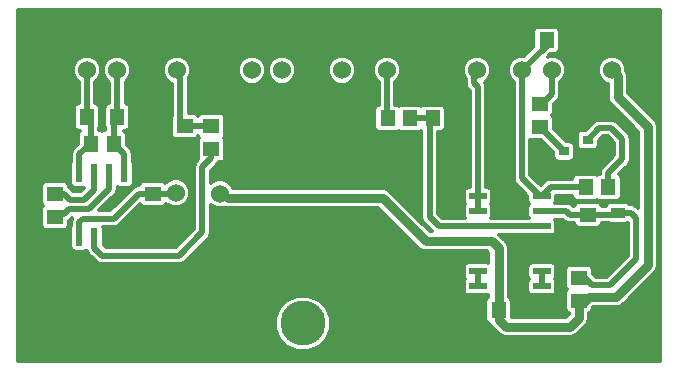
<source format=gbr>
G04 #@! TF.GenerationSoftware,KiCad,Pcbnew,(5.0.0-rc2-dev-586-g888c43477)*
G04 #@! TF.CreationDate,2018-06-04T00:56:57-03:00*
G04 #@! TF.ProjectId,Signal,5369676E616C2E6B696361645F706362,rev?*
G04 #@! TF.SameCoordinates,Original*
G04 #@! TF.FileFunction,Copper,L2,Bot,Signal*
G04 #@! TF.FilePolarity,Positive*
%FSLAX46Y46*%
G04 Gerber Fmt 4.6, Leading zero omitted, Abs format (unit mm)*
G04 Created by KiCad (PCBNEW (5.0.0-rc2-dev-586-g888c43477)) date 06/04/18 00:56:57*
%MOMM*%
%LPD*%
G01*
G04 APERTURE LIST*
%ADD10R,1.400000X1.295000*%
%ADD11C,3.800000*%
%ADD12R,1.295000X1.400000*%
%ADD13R,0.600000X1.550000*%
%ADD14R,0.900000X0.800000*%
%ADD15C,1.524000*%
%ADD16R,1.200000X0.900000*%
%ADD17R,1.500000X0.600000*%
%ADD18C,0.508000*%
%ADD19C,0.800000*%
%ADD20C,0.304800*%
G04 APERTURE END LIST*
D10*
X38000000Y-23782500D03*
X38000000Y-25717500D03*
D11*
X48006000Y-40482000D03*
D12*
X31967500Y-25250000D03*
X30032500Y-25250000D03*
X29717500Y-23000000D03*
X27782500Y-23000000D03*
X32282500Y-23000000D03*
X34217500Y-23000000D03*
D10*
X35306000Y-31447500D03*
X35306000Y-29512500D03*
D13*
X29083000Y-27780000D03*
X30353000Y-27780000D03*
X31623000Y-27780000D03*
X32893000Y-27780000D03*
X32893000Y-33180000D03*
X31623000Y-33180000D03*
X30353000Y-33180000D03*
X29083000Y-33180000D03*
D10*
X40250000Y-25717500D03*
X40250000Y-23782500D03*
X27000000Y-31467500D03*
X27000000Y-29532500D03*
D14*
X72120000Y-24958000D03*
X72120000Y-26858000D03*
X70120000Y-25908000D03*
D15*
X71628000Y-19050000D03*
X69088000Y-19050000D03*
X66548000Y-19050000D03*
X62738000Y-19050000D03*
X60198000Y-19050000D03*
X57658000Y-19050000D03*
X55118000Y-19050000D03*
X51308000Y-19050000D03*
X48768000Y-19050000D03*
X46228000Y-19050000D03*
X43688000Y-19050000D03*
X41148000Y-19050000D03*
X37338000Y-19050000D03*
X34798000Y-19050000D03*
X32258000Y-19050000D03*
X29718000Y-19050000D03*
X74168000Y-19050000D03*
D10*
X72136000Y-33225500D03*
X72136000Y-31290500D03*
D12*
X64564500Y-39370000D03*
X66499500Y-39370000D03*
D16*
X74676000Y-31116000D03*
X74676000Y-34416000D03*
D10*
X71374000Y-36624500D03*
X71374000Y-38559500D03*
D12*
X68628500Y-16510000D03*
X70563500Y-16510000D03*
X71930500Y-28956000D03*
X73865500Y-28956000D03*
D10*
X68072000Y-23827500D03*
X68072000Y-21892500D03*
D12*
X58976500Y-23114000D03*
X60911500Y-23114000D03*
X57101500Y-23114000D03*
X55166500Y-23114000D03*
D17*
X62832000Y-37338000D03*
X62832000Y-36068000D03*
X62832000Y-34798000D03*
X62832000Y-33528000D03*
X62832000Y-32258000D03*
X62832000Y-30988000D03*
X62832000Y-29718000D03*
X68232000Y-29718000D03*
X68232000Y-30988000D03*
X68232000Y-32258000D03*
X68232000Y-33528000D03*
X68232000Y-34798000D03*
X68232000Y-36068000D03*
X68232000Y-37338000D03*
D15*
X69088026Y-42672000D03*
X69088000Y-39116000D03*
X60070810Y-30750000D03*
X37250000Y-31500002D03*
X41000000Y-31500000D03*
X60000000Y-35250000D03*
X37250000Y-29421187D03*
X41000000Y-29500000D03*
X73660000Y-25400000D03*
X73660000Y-22621200D03*
D18*
X67782000Y-33528000D02*
X68232000Y-33528000D01*
X66974000Y-33528000D02*
X68232000Y-33528000D01*
X66499500Y-34002500D02*
X66974000Y-33528000D01*
X66499500Y-39370000D02*
X66499500Y-34002500D01*
X73580500Y-34416000D02*
X72390000Y-33225500D01*
X74676000Y-34416000D02*
X73580500Y-34416000D01*
X70309500Y-33528000D02*
X68232000Y-33528000D01*
X72390000Y-33225500D02*
X72087500Y-33528000D01*
X70928000Y-33225500D02*
X72136000Y-33225500D01*
X70309500Y-33528000D02*
X70612000Y-33225500D01*
X70612000Y-33225500D02*
X70928000Y-33225500D01*
X68232000Y-34798000D02*
X68232000Y-33528000D01*
X68834000Y-39370000D02*
X69088000Y-39116000D01*
X66499500Y-39370000D02*
X68834000Y-39370000D01*
X35674000Y-23000000D02*
X36576000Y-22098000D01*
X33935000Y-23000000D02*
X35674000Y-23000000D01*
X33573500Y-33180000D02*
X35306000Y-31447500D01*
X32893000Y-33180000D02*
X33573500Y-33180000D01*
X37197498Y-31447500D02*
X37250000Y-31500002D01*
X35306000Y-31447500D02*
X37197498Y-31447500D01*
X38000000Y-26500000D02*
X38000000Y-25717500D01*
X38687189Y-27187189D02*
X38000000Y-26500000D01*
X38687189Y-32432811D02*
X38687189Y-27187189D01*
X37370000Y-33750000D02*
X38687189Y-32432811D01*
X31623000Y-33180000D02*
X32193000Y-33750000D01*
X32193000Y-33750000D02*
X37370000Y-33750000D01*
X36576000Y-24826000D02*
X36576000Y-22098000D01*
X38000000Y-25717500D02*
X37467500Y-25717500D01*
X37467500Y-25717500D02*
X36576000Y-24826000D01*
X61523199Y-34821199D02*
X61500000Y-34798000D01*
X61523199Y-38724829D02*
X61523199Y-34821199D01*
X65470370Y-42672000D02*
X61523199Y-38724829D01*
X69088026Y-42672000D02*
X65470370Y-42672000D01*
X61500000Y-34798000D02*
X62832000Y-34798000D01*
D19*
X58922370Y-35250000D02*
X60000000Y-35250000D01*
X58556393Y-35250000D02*
X58922370Y-35250000D01*
X54806393Y-31500000D02*
X58556393Y-35250000D01*
X41000000Y-31500000D02*
X54806393Y-31500000D01*
D18*
X61077630Y-35250000D02*
X60000000Y-35250000D01*
X61500000Y-34798000D02*
X61500000Y-34827630D01*
X61500000Y-34827630D02*
X61077630Y-35250000D01*
X28956000Y-17272000D02*
X33020000Y-17272000D01*
X27782500Y-23000000D02*
X27782500Y-18445500D01*
X27782500Y-18445500D02*
X28956000Y-17272000D01*
X33020000Y-17272000D02*
X34290000Y-17272000D01*
X34290000Y-17272000D02*
X34798000Y-16764000D01*
X34798000Y-16764000D02*
X35052000Y-16764000D01*
X35052000Y-16764000D02*
X37006786Y-16764000D01*
X36576000Y-22098000D02*
X36565929Y-22098000D01*
X36565929Y-22098000D02*
X35804095Y-21336166D01*
X35804095Y-21336166D02*
X34798000Y-20330071D01*
X34798000Y-20330071D02*
X34798000Y-19050000D01*
X34798000Y-19050000D02*
X34798000Y-16764000D01*
X70563500Y-15953500D02*
X70563500Y-16510000D01*
X69596000Y-14986000D02*
X70563500Y-15953500D01*
X65532000Y-14986000D02*
X69596000Y-14986000D01*
X48768000Y-16764000D02*
X63754000Y-16764000D01*
X63754000Y-16764000D02*
X65532000Y-14986000D01*
X41148000Y-19050000D02*
X41148000Y-16764000D01*
X37006786Y-16764000D02*
X41148000Y-16764000D01*
X41148000Y-16764000D02*
X48768000Y-16764000D01*
X48768000Y-19050000D02*
X48768000Y-16764000D01*
X57658000Y-19050000D02*
X60198000Y-19050000D01*
X62019190Y-20871190D02*
X60198000Y-19050000D01*
X62019190Y-23324810D02*
X62019190Y-20871190D01*
X61976000Y-23368000D02*
X62019190Y-23324810D01*
X61976000Y-28448000D02*
X61976000Y-23368000D01*
X60070810Y-30750000D02*
X60070810Y-30353190D01*
X60070810Y-30353190D02*
X61976000Y-28448000D01*
X70563500Y-17985500D02*
X71628000Y-19050000D01*
X70563500Y-16510000D02*
X70563500Y-17985500D01*
X74501500Y-31290500D02*
X74676000Y-31116000D01*
X72390000Y-31290500D02*
X74501500Y-31290500D01*
X70309500Y-30988000D02*
X68232000Y-30988000D01*
X72390000Y-31290500D02*
X72087500Y-30988000D01*
X70612000Y-31290500D02*
X72136000Y-31290500D01*
X70309500Y-30988000D02*
X70612000Y-31290500D01*
X71874500Y-36624500D02*
X71374000Y-36624500D01*
X75784000Y-31116000D02*
X76200000Y-31532000D01*
X76200000Y-31532000D02*
X76200000Y-35052000D01*
X76200000Y-35052000D02*
X74002000Y-37250000D01*
X74676000Y-31116000D02*
X75784000Y-31116000D01*
X74002000Y-37250000D02*
X72500000Y-37250000D01*
X72500000Y-37250000D02*
X71874500Y-36624500D01*
X64564500Y-40180500D02*
X64564500Y-39370000D01*
X65024000Y-40640000D02*
X64564500Y-40180500D01*
X65035199Y-40628801D02*
X65024000Y-40640000D01*
D19*
X64564500Y-40158102D02*
X65035199Y-40628801D01*
X64564500Y-39370000D02*
X64564500Y-40158102D01*
X65035199Y-40628801D02*
X65181199Y-40774801D01*
X71374000Y-40007000D02*
X71374000Y-38559500D01*
X70606199Y-40774801D02*
X71374000Y-40007000D01*
X65181199Y-40774801D02*
X70606199Y-40774801D01*
D18*
X29083000Y-32417000D02*
X29083000Y-33180000D01*
X29083000Y-33180000D02*
X29083000Y-31897000D01*
X31984880Y-31625620D02*
X34098000Y-29512500D01*
X29083000Y-31897000D02*
X29354380Y-31625620D01*
X34098000Y-29512500D02*
X35306000Y-29512500D01*
X29354380Y-31625620D02*
X31984880Y-31625620D01*
X35306000Y-29512500D02*
X37158687Y-29512500D01*
X37328813Y-29500000D02*
X37250000Y-29421187D01*
X37158687Y-29512500D02*
X37250000Y-29421187D01*
D19*
X71559500Y-38559500D02*
X71750000Y-38750000D01*
X71374000Y-38559500D02*
X71559500Y-38559500D01*
X71750000Y-38750000D02*
X72250000Y-38250000D01*
X72250000Y-38250000D02*
X74526000Y-38250000D01*
X74526000Y-38250000D02*
X77216000Y-35560000D01*
X77216000Y-35560000D02*
X77216000Y-23876000D01*
X64564500Y-37870000D02*
X64564500Y-39370000D01*
X41250000Y-29500000D02*
X41633185Y-29883185D01*
X40820800Y-29500000D02*
X41250000Y-29500000D01*
X41633185Y-29883185D02*
X54752014Y-29883185D01*
X54752014Y-29883185D02*
X58396828Y-33528000D01*
X64564500Y-34120500D02*
X64564500Y-37870000D01*
X63972000Y-33528000D02*
X64564500Y-34120500D01*
X58396828Y-33528000D02*
X62832000Y-33528000D01*
X62832000Y-33528000D02*
X63972000Y-33528000D01*
X77216000Y-23876000D02*
X74676000Y-21336000D01*
X74676000Y-19558000D02*
X74168000Y-19050000D01*
X74676000Y-21336000D02*
X74676000Y-19558000D01*
D18*
X68232000Y-37338000D02*
X68232000Y-36068000D01*
X62832000Y-37338000D02*
X62832000Y-36068000D01*
X27217500Y-31250000D02*
X27000000Y-31467500D01*
X27750000Y-31250000D02*
X27217500Y-31250000D01*
X28187189Y-30812811D02*
X27750000Y-31250000D01*
X29873189Y-30812811D02*
X28187189Y-30812811D01*
X31623000Y-27780000D02*
X31623000Y-29063000D01*
X31623000Y-29063000D02*
X29873189Y-30812811D01*
X27782500Y-29532500D02*
X27000000Y-29532500D01*
X28250000Y-30000000D02*
X27782500Y-29532500D01*
X29500000Y-30000000D02*
X28250000Y-30000000D01*
X30353000Y-27780000D02*
X30353000Y-29147000D01*
X30353000Y-29147000D02*
X29500000Y-30000000D01*
X40250000Y-26500000D02*
X40250000Y-25717500D01*
X30353000Y-34103000D02*
X31000000Y-34750000D01*
X31000000Y-34750000D02*
X37519488Y-34750000D01*
X37519488Y-34750000D02*
X39500000Y-32769488D01*
X39500000Y-32769488D02*
X39500000Y-27250000D01*
X30353000Y-33180000D02*
X30353000Y-34103000D01*
X39500000Y-27250000D02*
X40250000Y-26500000D01*
X38000000Y-23782500D02*
X40250000Y-23782500D01*
X37632640Y-19344640D02*
X37338000Y-19050000D01*
X38000000Y-23782500D02*
X37632640Y-23415140D01*
X37632640Y-23415140D02*
X37632640Y-19344640D01*
X69088000Y-21082000D02*
X69088000Y-19050000D01*
X66548000Y-20320000D02*
X66548000Y-19352500D01*
X68994000Y-28956000D02*
X68232000Y-29718000D01*
X70152500Y-28956000D02*
X68994000Y-28956000D01*
X70152500Y-28956000D02*
X71930500Y-28956000D01*
X68072000Y-29718000D02*
X68232000Y-29718000D01*
X66548000Y-28194000D02*
X68072000Y-29718000D01*
X68374500Y-16764000D02*
X68628500Y-16510000D01*
X66548000Y-28194000D02*
X66548000Y-21336000D01*
X66548000Y-19050000D02*
X66548000Y-21336000D01*
X68628500Y-16969500D02*
X66548000Y-19050000D01*
X68628500Y-16510000D02*
X68628500Y-16969500D01*
X68232000Y-32258000D02*
X62832000Y-32258000D01*
X57101500Y-23114000D02*
X58976500Y-23114000D01*
X58976500Y-23166500D02*
X58976500Y-23114000D01*
X58750000Y-23393000D02*
X58976500Y-23166500D01*
X58750000Y-31500000D02*
X58750000Y-23393000D01*
X62832000Y-32258000D02*
X59508000Y-32258000D01*
X59508000Y-32258000D02*
X58750000Y-31500000D01*
X55118000Y-22860000D02*
X55069500Y-22908500D01*
X55118000Y-20320000D02*
X55118000Y-21082000D01*
X55118000Y-21082000D02*
X55118000Y-22860000D01*
X55118000Y-21082000D02*
X55118000Y-19050000D01*
X29718000Y-24935500D02*
X30032500Y-25250000D01*
X29931000Y-25351500D02*
X30032500Y-25250000D01*
X29898500Y-25351500D02*
X29931000Y-25351500D01*
X29083000Y-27780000D02*
X29083000Y-26167000D01*
X29083000Y-26167000D02*
X29898500Y-25351500D01*
X30032500Y-23315000D02*
X29717500Y-23000000D01*
X30032500Y-25250000D02*
X30032500Y-23315000D01*
X29717500Y-23000000D02*
X29717500Y-21082500D01*
X29717500Y-21082500D02*
X29718000Y-21082000D01*
X29717500Y-19050500D02*
X29718000Y-19050000D01*
X29717500Y-23000000D02*
X29717500Y-19050500D01*
X32258000Y-24959500D02*
X31967500Y-25250000D01*
X32893000Y-26175500D02*
X32893000Y-27780000D01*
X31967500Y-25250000D02*
X32893000Y-26175500D01*
X31967500Y-25250000D02*
X31967500Y-23032500D01*
X31967500Y-23032500D02*
X32250000Y-22750000D01*
X32282500Y-23000000D02*
X32282500Y-21106500D01*
X32282500Y-19074500D02*
X32258000Y-19050000D01*
X32282500Y-23000000D02*
X32282500Y-19074500D01*
X62382000Y-29718000D02*
X62832000Y-29718000D01*
X62832000Y-29718000D02*
X62832000Y-30988000D01*
X62484000Y-20132000D02*
X62484000Y-18796000D01*
X62832000Y-30988000D02*
X62832000Y-20480000D01*
X62832000Y-20480000D02*
X62484000Y-20132000D01*
X70120000Y-25875500D02*
X68072000Y-23827500D01*
X70120000Y-25908000D02*
X70120000Y-25875500D01*
X72120000Y-26858000D02*
X72202000Y-26858000D01*
X72202000Y-26858000D02*
X73660000Y-25400000D01*
X73660000Y-21082000D02*
X71628000Y-19050000D01*
X73660000Y-22621200D02*
X73660000Y-21082000D01*
X72120000Y-24908000D02*
X73086000Y-23942000D01*
X72120000Y-24958000D02*
X72120000Y-24908000D01*
X73086000Y-23942000D02*
X74094000Y-23942000D01*
X73865500Y-27748000D02*
X73865500Y-28956000D01*
X74094000Y-23942000D02*
X75057000Y-24905000D01*
X75057000Y-24905000D02*
X75057000Y-26556500D01*
X75057000Y-26556500D02*
X73865500Y-27748000D01*
X68277500Y-21892500D02*
X69088000Y-21082000D01*
X68072000Y-21892500D02*
X68277500Y-21892500D01*
D20*
G36*
X78232800Y-43688800D02*
X23875200Y-43688800D01*
X23875200Y-40013124D01*
X45648800Y-40013124D01*
X45648800Y-40950876D01*
X46007663Y-41817246D01*
X46670754Y-42480337D01*
X47537124Y-42839200D01*
X48474876Y-42839200D01*
X49341246Y-42480337D01*
X50004337Y-41817246D01*
X50363200Y-40950876D01*
X50363200Y-40013124D01*
X50004337Y-39146754D01*
X49341246Y-38483663D01*
X48474876Y-38124800D01*
X47537124Y-38124800D01*
X46670754Y-38483663D01*
X46007663Y-39146754D01*
X45648800Y-40013124D01*
X23875200Y-40013124D01*
X23875200Y-28885000D01*
X25833843Y-28885000D01*
X25833843Y-30180000D01*
X25869327Y-30358391D01*
X25963947Y-30500000D01*
X25869327Y-30641609D01*
X25833843Y-30820000D01*
X25833843Y-32115000D01*
X25869327Y-32293391D01*
X25970377Y-32444623D01*
X26121609Y-32545673D01*
X26300000Y-32581157D01*
X27700000Y-32581157D01*
X27878391Y-32545673D01*
X28029623Y-32444623D01*
X28130673Y-32293391D01*
X28166157Y-32115000D01*
X28166157Y-31827285D01*
X28262746Y-31762746D01*
X28302424Y-31703364D01*
X28466993Y-31538795D01*
X28413065Y-31619504D01*
X28357868Y-31897000D01*
X28371801Y-31967046D01*
X28371801Y-32197464D01*
X28352327Y-32226609D01*
X28316843Y-32405000D01*
X28316843Y-33955000D01*
X28352327Y-34133391D01*
X28453377Y-34284623D01*
X28604609Y-34385673D01*
X28783000Y-34421157D01*
X29383000Y-34421157D01*
X29561391Y-34385673D01*
X29669700Y-34313303D01*
X29683065Y-34380496D01*
X29800576Y-34556364D01*
X29800579Y-34556367D01*
X29840255Y-34615746D01*
X29899634Y-34655422D01*
X30447578Y-35203367D01*
X30487254Y-35262746D01*
X30546633Y-35302422D01*
X30546635Y-35302424D01*
X30722502Y-35419935D01*
X30722503Y-35419935D01*
X30722504Y-35419936D01*
X30929954Y-35461200D01*
X30929957Y-35461200D01*
X30999999Y-35475132D01*
X31070041Y-35461200D01*
X37449447Y-35461200D01*
X37519488Y-35475132D01*
X37589529Y-35461200D01*
X37589534Y-35461200D01*
X37796984Y-35419936D01*
X38032234Y-35262746D01*
X38071912Y-35203364D01*
X39953369Y-33321908D01*
X40012745Y-33282234D01*
X40052420Y-33222857D01*
X40052424Y-33222853D01*
X40169935Y-33046985D01*
X40169936Y-33046984D01*
X40211200Y-32839534D01*
X40211200Y-32839530D01*
X40225132Y-32769488D01*
X40211200Y-32699446D01*
X40211200Y-30435410D01*
X40309378Y-30533588D01*
X40757486Y-30719200D01*
X41242514Y-30719200D01*
X41307316Y-30692358D01*
X41548761Y-30740385D01*
X41548764Y-30740385D01*
X41633184Y-30757177D01*
X41717604Y-30740385D01*
X54396951Y-30740385D01*
X57731001Y-34074437D01*
X57778822Y-34146006D01*
X57850391Y-34193827D01*
X57850392Y-34193828D01*
X57986276Y-34284623D01*
X58062365Y-34335464D01*
X58312404Y-34385200D01*
X58312407Y-34385200D01*
X58396827Y-34401992D01*
X58481247Y-34385200D01*
X63616937Y-34385200D01*
X63707300Y-34475564D01*
X63707300Y-35326767D01*
X63582000Y-35301843D01*
X62082000Y-35301843D01*
X61903609Y-35337327D01*
X61752377Y-35438377D01*
X61651327Y-35589609D01*
X61615843Y-35768000D01*
X61615843Y-36368000D01*
X61651327Y-36546391D01*
X61752377Y-36697623D01*
X61760424Y-36703000D01*
X61752377Y-36708377D01*
X61651327Y-36859609D01*
X61615843Y-37038000D01*
X61615843Y-37638000D01*
X61651327Y-37816391D01*
X61752377Y-37967623D01*
X61903609Y-38068673D01*
X62082000Y-38104157D01*
X63582000Y-38104157D01*
X63707300Y-38079233D01*
X63707300Y-38260247D01*
X63587377Y-38340377D01*
X63486327Y-38491609D01*
X63450843Y-38670000D01*
X63450843Y-40070000D01*
X63486327Y-40248391D01*
X63587377Y-40399623D01*
X63738609Y-40500673D01*
X63766109Y-40506143D01*
X63898672Y-40704537D01*
X63898674Y-40704539D01*
X63946495Y-40776108D01*
X64018064Y-40823929D01*
X64515370Y-41321235D01*
X64563193Y-41392807D01*
X64846736Y-41582265D01*
X65096775Y-41632001D01*
X65096778Y-41632001D01*
X65181198Y-41648793D01*
X65265618Y-41632001D01*
X70521779Y-41632001D01*
X70606199Y-41648793D01*
X70690619Y-41632001D01*
X70690623Y-41632001D01*
X70940662Y-41582265D01*
X71224205Y-41392807D01*
X71272028Y-41321235D01*
X71920437Y-40672827D01*
X71992006Y-40625006D01*
X72039827Y-40553437D01*
X72039829Y-40553435D01*
X72115398Y-40440338D01*
X72181464Y-40341463D01*
X72231200Y-40091424D01*
X72231200Y-40091420D01*
X72247992Y-40007000D01*
X72231200Y-39922580D01*
X72231200Y-39641888D01*
X72252391Y-39637673D01*
X72403623Y-39536623D01*
X72504673Y-39385391D01*
X72540157Y-39207000D01*
X72540157Y-39172106D01*
X72605063Y-39107200D01*
X74441580Y-39107200D01*
X74526000Y-39123992D01*
X74610420Y-39107200D01*
X74610424Y-39107200D01*
X74860463Y-39057464D01*
X75144006Y-38868006D01*
X75191829Y-38796434D01*
X77762437Y-36225827D01*
X77834006Y-36178006D01*
X78023464Y-35894463D01*
X78073200Y-35644424D01*
X78073200Y-35644420D01*
X78089992Y-35560001D01*
X78073200Y-35475582D01*
X78073200Y-23960419D01*
X78089992Y-23875999D01*
X78073200Y-23791579D01*
X78073200Y-23791576D01*
X78023464Y-23541537D01*
X77969600Y-23460924D01*
X77881828Y-23329564D01*
X77881827Y-23329563D01*
X77834006Y-23257994D01*
X77762437Y-23210173D01*
X75533200Y-20980937D01*
X75533200Y-19642418D01*
X75549992Y-19557999D01*
X75533200Y-19473580D01*
X75533200Y-19473576D01*
X75483464Y-19223537D01*
X75387200Y-19079468D01*
X75387200Y-18807486D01*
X75201588Y-18359378D01*
X74858622Y-18016412D01*
X74410514Y-17830800D01*
X73925486Y-17830800D01*
X73477378Y-18016412D01*
X73134412Y-18359378D01*
X72948800Y-18807486D01*
X72948800Y-19292514D01*
X73134412Y-19740622D01*
X73477378Y-20083588D01*
X73818801Y-20225010D01*
X73818800Y-21251580D01*
X73802008Y-21336000D01*
X73818800Y-21420420D01*
X73818800Y-21420423D01*
X73868536Y-21670462D01*
X74057994Y-21954006D01*
X74129566Y-22001829D01*
X76358801Y-24231065D01*
X76358800Y-30685012D01*
X76336424Y-30662636D01*
X76296746Y-30603254D01*
X76061496Y-30446064D01*
X75854046Y-30404800D01*
X75854041Y-30404800D01*
X75784000Y-30390868D01*
X75713959Y-30404800D01*
X75651342Y-30404800D01*
X75605623Y-30336377D01*
X75454391Y-30235327D01*
X75276000Y-30199843D01*
X74076000Y-30199843D01*
X73897609Y-30235327D01*
X73746377Y-30336377D01*
X73645327Y-30487609D01*
X73627089Y-30579300D01*
X73289486Y-30579300D01*
X73266673Y-30464609D01*
X73165623Y-30313377D01*
X73014391Y-30212327D01*
X72836000Y-30176843D01*
X71436000Y-30176843D01*
X71257609Y-30212327D01*
X71106377Y-30313377D01*
X71005327Y-30464609D01*
X70982514Y-30579300D01*
X70906588Y-30579300D01*
X70861924Y-30534636D01*
X70822246Y-30475254D01*
X70586996Y-30318064D01*
X70379546Y-30276800D01*
X70379541Y-30276800D01*
X70309500Y-30262868D01*
X70239459Y-30276800D01*
X69358945Y-30276800D01*
X69412673Y-30196391D01*
X69448157Y-30018000D01*
X69448157Y-29667200D01*
X70819071Y-29667200D01*
X70852327Y-29834391D01*
X70953377Y-29985623D01*
X71104609Y-30086673D01*
X71283000Y-30122157D01*
X72578000Y-30122157D01*
X72756391Y-30086673D01*
X72898000Y-29992053D01*
X73039609Y-30086673D01*
X73218000Y-30122157D01*
X74513000Y-30122157D01*
X74691391Y-30086673D01*
X74842623Y-29985623D01*
X74943673Y-29834391D01*
X74979157Y-29656000D01*
X74979157Y-28256000D01*
X74943673Y-28077609D01*
X74842623Y-27926377D01*
X74752877Y-27866411D01*
X75510367Y-27108922D01*
X75569746Y-27069246D01*
X75609422Y-27009867D01*
X75609424Y-27009865D01*
X75726935Y-26833998D01*
X75726935Y-26833997D01*
X75726936Y-26833996D01*
X75768200Y-26626546D01*
X75768200Y-26626543D01*
X75782132Y-26556501D01*
X75768200Y-26486459D01*
X75768200Y-24975042D01*
X75782132Y-24905000D01*
X75768200Y-24834958D01*
X75768200Y-24834954D01*
X75726936Y-24627504D01*
X75695238Y-24580065D01*
X75609424Y-24451635D01*
X75609420Y-24451631D01*
X75569745Y-24392254D01*
X75510369Y-24352580D01*
X74646424Y-23488636D01*
X74606746Y-23429254D01*
X74371496Y-23272064D01*
X74164046Y-23230800D01*
X74164041Y-23230800D01*
X74094000Y-23216868D01*
X74023959Y-23230800D01*
X73156041Y-23230800D01*
X73085999Y-23216868D01*
X73015957Y-23230800D01*
X73015954Y-23230800D01*
X72808504Y-23272064D01*
X72808503Y-23272065D01*
X72808502Y-23272065D01*
X72632635Y-23389576D01*
X72632633Y-23389578D01*
X72573254Y-23429254D01*
X72533578Y-23488633D01*
X71930369Y-24091843D01*
X71670000Y-24091843D01*
X71491609Y-24127327D01*
X71340377Y-24228377D01*
X71239327Y-24379609D01*
X71203843Y-24558000D01*
X71203843Y-25358000D01*
X71239327Y-25536391D01*
X71340377Y-25687623D01*
X71491609Y-25788673D01*
X71670000Y-25824157D01*
X72570000Y-25824157D01*
X72748391Y-25788673D01*
X72899623Y-25687623D01*
X73000673Y-25536391D01*
X73036157Y-25358000D01*
X73036157Y-24997631D01*
X73380589Y-24653200D01*
X73799412Y-24653200D01*
X74345800Y-25199589D01*
X74345801Y-26261910D01*
X73412134Y-27195578D01*
X73352754Y-27235255D01*
X73313078Y-27294634D01*
X73313076Y-27294636D01*
X73235767Y-27410337D01*
X73195564Y-27470505D01*
X73154300Y-27677955D01*
X73154300Y-27677959D01*
X73140368Y-27748000D01*
X73151329Y-27803105D01*
X73039609Y-27825327D01*
X72898000Y-27919947D01*
X72756391Y-27825327D01*
X72578000Y-27789843D01*
X71283000Y-27789843D01*
X71104609Y-27825327D01*
X70953377Y-27926377D01*
X70852327Y-28077609D01*
X70819071Y-28244800D01*
X69064042Y-28244800D01*
X68994000Y-28230868D01*
X68923958Y-28244800D01*
X68923954Y-28244800D01*
X68716504Y-28286064D01*
X68706504Y-28292746D01*
X68540635Y-28403576D01*
X68540633Y-28403578D01*
X68481254Y-28443254D01*
X68441578Y-28502633D01*
X68152000Y-28792211D01*
X67259200Y-27899412D01*
X67259200Y-24918720D01*
X67372000Y-24941157D01*
X68179869Y-24941157D01*
X69203843Y-25965132D01*
X69203843Y-26308000D01*
X69239327Y-26486391D01*
X69340377Y-26637623D01*
X69491609Y-26738673D01*
X69670000Y-26774157D01*
X70570000Y-26774157D01*
X70748391Y-26738673D01*
X70899623Y-26637623D01*
X71000673Y-26486391D01*
X71036157Y-26308000D01*
X71036157Y-25508000D01*
X71000673Y-25329609D01*
X70899623Y-25178377D01*
X70748391Y-25077327D01*
X70570000Y-25041843D01*
X70292132Y-25041843D01*
X69238157Y-23987869D01*
X69238157Y-23180000D01*
X69202673Y-23001609D01*
X69108053Y-22860000D01*
X69202673Y-22718391D01*
X69238157Y-22540000D01*
X69238157Y-21937632D01*
X69541369Y-21634420D01*
X69600745Y-21594746D01*
X69640420Y-21535369D01*
X69640424Y-21535365D01*
X69757935Y-21359498D01*
X69757935Y-21359497D01*
X69757936Y-21359496D01*
X69799200Y-21152046D01*
X69799200Y-21152043D01*
X69813132Y-21082001D01*
X69799200Y-21011959D01*
X69799200Y-20063010D01*
X70121588Y-19740622D01*
X70307200Y-19292514D01*
X70307200Y-18807486D01*
X70121588Y-18359378D01*
X69778622Y-18016412D01*
X69330514Y-17830800D01*
X68845486Y-17830800D01*
X68721726Y-17882063D01*
X68927632Y-17676157D01*
X69276000Y-17676157D01*
X69454391Y-17640673D01*
X69605623Y-17539623D01*
X69706673Y-17388391D01*
X69742157Y-17210000D01*
X69742157Y-15810000D01*
X69706673Y-15631609D01*
X69605623Y-15480377D01*
X69454391Y-15379327D01*
X69276000Y-15343843D01*
X67981000Y-15343843D01*
X67802609Y-15379327D01*
X67651377Y-15480377D01*
X67550327Y-15631609D01*
X67514843Y-15810000D01*
X67514843Y-17077368D01*
X66761412Y-17830800D01*
X66305486Y-17830800D01*
X65857378Y-18016412D01*
X65514412Y-18359378D01*
X65328800Y-18807486D01*
X65328800Y-19292514D01*
X65514412Y-19740622D01*
X65836800Y-20063010D01*
X65836800Y-20390045D01*
X65836801Y-20390048D01*
X65836801Y-21265954D01*
X65836800Y-28123959D01*
X65822868Y-28194000D01*
X65836800Y-28264041D01*
X65836800Y-28264045D01*
X65878064Y-28471495D01*
X65878065Y-28471496D01*
X65995576Y-28647364D01*
X65995578Y-28647366D01*
X66035254Y-28706745D01*
X66094634Y-28746422D01*
X67015843Y-29667632D01*
X67015843Y-30018000D01*
X67051327Y-30196391D01*
X67152377Y-30347623D01*
X67160424Y-30353000D01*
X67152377Y-30358377D01*
X67051327Y-30509609D01*
X67015843Y-30688000D01*
X67015843Y-31288000D01*
X67051327Y-31466391D01*
X67105055Y-31546800D01*
X63958945Y-31546800D01*
X64012673Y-31466391D01*
X64048157Y-31288000D01*
X64048157Y-30688000D01*
X64012673Y-30509609D01*
X63911623Y-30358377D01*
X63903576Y-30353000D01*
X63911623Y-30347623D01*
X64012673Y-30196391D01*
X64048157Y-30018000D01*
X64048157Y-29418000D01*
X64012673Y-29239609D01*
X63911623Y-29088377D01*
X63760391Y-28987327D01*
X63582000Y-28951843D01*
X63543200Y-28951843D01*
X63543200Y-20550041D01*
X63557132Y-20479999D01*
X63543200Y-20409957D01*
X63543200Y-20409954D01*
X63501936Y-20202504D01*
X63501630Y-20202045D01*
X63423810Y-20085581D01*
X63428622Y-20083588D01*
X63771588Y-19740622D01*
X63957200Y-19292514D01*
X63957200Y-18807486D01*
X63771588Y-18359378D01*
X63428622Y-18016412D01*
X62980514Y-17830800D01*
X62495486Y-17830800D01*
X62047378Y-18016412D01*
X61704412Y-18359378D01*
X61518800Y-18807486D01*
X61518800Y-19292514D01*
X61704412Y-19740622D01*
X61772800Y-19809010D01*
X61772800Y-20061958D01*
X61758868Y-20132000D01*
X61772800Y-20202041D01*
X61772800Y-20202045D01*
X61814064Y-20409495D01*
X61816115Y-20412564D01*
X61931576Y-20585364D01*
X61931578Y-20585366D01*
X61971254Y-20644745D01*
X62030634Y-20684422D01*
X62120801Y-20774589D01*
X62120800Y-28951843D01*
X62082000Y-28951843D01*
X61903609Y-28987327D01*
X61752377Y-29088377D01*
X61651327Y-29239609D01*
X61615843Y-29418000D01*
X61615843Y-30018000D01*
X61651327Y-30196391D01*
X61752377Y-30347623D01*
X61760424Y-30353000D01*
X61752377Y-30358377D01*
X61651327Y-30509609D01*
X61615843Y-30688000D01*
X61615843Y-31288000D01*
X61651327Y-31466391D01*
X61705055Y-31546800D01*
X59802589Y-31546800D01*
X59461200Y-31205412D01*
X59461200Y-24280157D01*
X59624000Y-24280157D01*
X59802391Y-24244673D01*
X59953623Y-24143623D01*
X60054673Y-23992391D01*
X60090157Y-23814000D01*
X60090157Y-22414000D01*
X60054673Y-22235609D01*
X59953623Y-22084377D01*
X59802391Y-21983327D01*
X59624000Y-21947843D01*
X58329000Y-21947843D01*
X58150609Y-21983327D01*
X58039000Y-22057902D01*
X57927391Y-21983327D01*
X57749000Y-21947843D01*
X56454000Y-21947843D01*
X56275609Y-21983327D01*
X56134000Y-22077947D01*
X55992391Y-21983327D01*
X55829200Y-21950866D01*
X55829200Y-20063010D01*
X56151588Y-19740622D01*
X56337200Y-19292514D01*
X56337200Y-18807486D01*
X56151588Y-18359378D01*
X55808622Y-18016412D01*
X55360514Y-17830800D01*
X54875486Y-17830800D01*
X54427378Y-18016412D01*
X54084412Y-18359378D01*
X53898800Y-18807486D01*
X53898800Y-19292514D01*
X54084412Y-19740622D01*
X54406801Y-20063011D01*
X54406800Y-21011954D01*
X54406800Y-21970161D01*
X54340609Y-21983327D01*
X54189377Y-22084377D01*
X54088327Y-22235609D01*
X54052843Y-22414000D01*
X54052843Y-23814000D01*
X54088327Y-23992391D01*
X54189377Y-24143623D01*
X54340609Y-24244673D01*
X54519000Y-24280157D01*
X55814000Y-24280157D01*
X55992391Y-24244673D01*
X56134000Y-24150053D01*
X56275609Y-24244673D01*
X56454000Y-24280157D01*
X57749000Y-24280157D01*
X57927391Y-24244673D01*
X58038801Y-24170231D01*
X58038800Y-31429959D01*
X58024868Y-31500000D01*
X58038800Y-31570041D01*
X58038800Y-31570045D01*
X58080064Y-31777495D01*
X58101447Y-31809497D01*
X58197576Y-31953364D01*
X58197578Y-31953366D01*
X58237254Y-32012745D01*
X58296633Y-32052422D01*
X58915011Y-32670800D01*
X58751892Y-32670800D01*
X55417842Y-29336750D01*
X55370020Y-29265179D01*
X55086477Y-29075721D01*
X54836438Y-29025985D01*
X54836434Y-29025985D01*
X54752014Y-29009193D01*
X54667594Y-29025985D01*
X42123309Y-29025985D01*
X42033588Y-28809378D01*
X41690622Y-28466412D01*
X41242514Y-28280800D01*
X40757486Y-28280800D01*
X40309378Y-28466412D01*
X40211200Y-28564590D01*
X40211200Y-27544588D01*
X40703369Y-27052420D01*
X40762745Y-27012746D01*
X40802420Y-26953369D01*
X40802424Y-26953365D01*
X40884081Y-26831157D01*
X40950000Y-26831157D01*
X41128391Y-26795673D01*
X41279623Y-26694623D01*
X41380673Y-26543391D01*
X41416157Y-26365000D01*
X41416157Y-25070000D01*
X41380673Y-24891609D01*
X41286053Y-24750000D01*
X41380673Y-24608391D01*
X41416157Y-24430000D01*
X41416157Y-23135000D01*
X41380673Y-22956609D01*
X41279623Y-22805377D01*
X41128391Y-22704327D01*
X40950000Y-22668843D01*
X39550000Y-22668843D01*
X39371609Y-22704327D01*
X39220377Y-22805377D01*
X39125000Y-22948119D01*
X39029623Y-22805377D01*
X38878391Y-22704327D01*
X38700000Y-22668843D01*
X38343840Y-22668843D01*
X38343840Y-19768370D01*
X38371588Y-19740622D01*
X38557200Y-19292514D01*
X38557200Y-18807486D01*
X42468800Y-18807486D01*
X42468800Y-19292514D01*
X42654412Y-19740622D01*
X42997378Y-20083588D01*
X43445486Y-20269200D01*
X43930514Y-20269200D01*
X44378622Y-20083588D01*
X44721588Y-19740622D01*
X44907200Y-19292514D01*
X44907200Y-18807486D01*
X45008800Y-18807486D01*
X45008800Y-19292514D01*
X45194412Y-19740622D01*
X45537378Y-20083588D01*
X45985486Y-20269200D01*
X46470514Y-20269200D01*
X46918622Y-20083588D01*
X47261588Y-19740622D01*
X47447200Y-19292514D01*
X47447200Y-18807486D01*
X50088800Y-18807486D01*
X50088800Y-19292514D01*
X50274412Y-19740622D01*
X50617378Y-20083588D01*
X51065486Y-20269200D01*
X51550514Y-20269200D01*
X51998622Y-20083588D01*
X52341588Y-19740622D01*
X52527200Y-19292514D01*
X52527200Y-18807486D01*
X52341588Y-18359378D01*
X51998622Y-18016412D01*
X51550514Y-17830800D01*
X51065486Y-17830800D01*
X50617378Y-18016412D01*
X50274412Y-18359378D01*
X50088800Y-18807486D01*
X47447200Y-18807486D01*
X47261588Y-18359378D01*
X46918622Y-18016412D01*
X46470514Y-17830800D01*
X45985486Y-17830800D01*
X45537378Y-18016412D01*
X45194412Y-18359378D01*
X45008800Y-18807486D01*
X44907200Y-18807486D01*
X44721588Y-18359378D01*
X44378622Y-18016412D01*
X43930514Y-17830800D01*
X43445486Y-17830800D01*
X42997378Y-18016412D01*
X42654412Y-18359378D01*
X42468800Y-18807486D01*
X38557200Y-18807486D01*
X38371588Y-18359378D01*
X38028622Y-18016412D01*
X37580514Y-17830800D01*
X37095486Y-17830800D01*
X36647378Y-18016412D01*
X36304412Y-18359378D01*
X36118800Y-18807486D01*
X36118800Y-19292514D01*
X36304412Y-19740622D01*
X36647378Y-20083588D01*
X36921441Y-20197108D01*
X36921440Y-22878616D01*
X36869327Y-22956609D01*
X36833843Y-23135000D01*
X36833843Y-24430000D01*
X36869327Y-24608391D01*
X36970377Y-24759623D01*
X37121609Y-24860673D01*
X37300000Y-24896157D01*
X38700000Y-24896157D01*
X38878391Y-24860673D01*
X39029623Y-24759623D01*
X39125000Y-24616881D01*
X39213947Y-24750000D01*
X39119327Y-24891609D01*
X39083843Y-25070000D01*
X39083843Y-26365000D01*
X39119327Y-26543391D01*
X39151969Y-26592243D01*
X39046634Y-26697578D01*
X38987255Y-26737254D01*
X38947579Y-26796633D01*
X38947576Y-26796636D01*
X38830065Y-26972504D01*
X38774868Y-27250000D01*
X38788801Y-27320046D01*
X38788800Y-32474899D01*
X37224900Y-34038800D01*
X31294589Y-34038800D01*
X31119157Y-33863369D01*
X31119157Y-32405000D01*
X31105595Y-32336820D01*
X31914839Y-32336820D01*
X31984880Y-32350752D01*
X32054921Y-32336820D01*
X32054926Y-32336820D01*
X32262376Y-32295556D01*
X32497626Y-32138366D01*
X32537304Y-32078984D01*
X34216411Y-30399878D01*
X34276377Y-30489623D01*
X34427609Y-30590673D01*
X34606000Y-30626157D01*
X36006000Y-30626157D01*
X36184391Y-30590673D01*
X36335623Y-30489623D01*
X36436673Y-30338391D01*
X36437722Y-30333119D01*
X36559378Y-30454775D01*
X37007486Y-30640387D01*
X37492514Y-30640387D01*
X37940622Y-30454775D01*
X38283588Y-30111809D01*
X38469200Y-29663701D01*
X38469200Y-29178673D01*
X38283588Y-28730565D01*
X37940622Y-28387599D01*
X37492514Y-28201987D01*
X37007486Y-28201987D01*
X36559378Y-28387599D01*
X36366055Y-28580922D01*
X36335623Y-28535377D01*
X36184391Y-28434327D01*
X36006000Y-28398843D01*
X34606000Y-28398843D01*
X34427609Y-28434327D01*
X34276377Y-28535377D01*
X34175327Y-28686609D01*
X34153105Y-28798329D01*
X34098000Y-28787368D01*
X34027958Y-28801300D01*
X34027954Y-28801300D01*
X33820504Y-28842564D01*
X33781295Y-28868763D01*
X33644635Y-28960076D01*
X33644633Y-28960078D01*
X33585254Y-28999754D01*
X33545578Y-29059133D01*
X31690292Y-30914420D01*
X30777368Y-30914420D01*
X32076367Y-29615422D01*
X32135746Y-29575746D01*
X32175422Y-29516367D01*
X32175424Y-29516365D01*
X32292935Y-29340498D01*
X32292935Y-29340497D01*
X32292936Y-29340496D01*
X32334200Y-29133046D01*
X32334200Y-29133043D01*
X32348132Y-29063001D01*
X32334200Y-28992959D01*
X32334200Y-28931945D01*
X32414609Y-28985673D01*
X32593000Y-29021157D01*
X33193000Y-29021157D01*
X33371391Y-28985673D01*
X33522623Y-28884623D01*
X33623673Y-28733391D01*
X33659157Y-28555000D01*
X33659157Y-27005000D01*
X33623673Y-26826609D01*
X33604200Y-26797466D01*
X33604200Y-26245542D01*
X33618132Y-26175500D01*
X33604200Y-26105458D01*
X33604200Y-26105454D01*
X33562936Y-25898004D01*
X33517540Y-25830065D01*
X33445424Y-25722135D01*
X33445420Y-25722131D01*
X33405745Y-25662754D01*
X33346369Y-25623080D01*
X33081157Y-25357868D01*
X33081157Y-24550000D01*
X33045673Y-24371609D01*
X32944623Y-24220377D01*
X32863477Y-24166157D01*
X32930000Y-24166157D01*
X33108391Y-24130673D01*
X33259623Y-24029623D01*
X33360673Y-23878391D01*
X33396157Y-23700000D01*
X33396157Y-22300000D01*
X33360673Y-22121609D01*
X33259623Y-21970377D01*
X33108391Y-21869327D01*
X32993700Y-21846514D01*
X32993700Y-20038510D01*
X33291588Y-19740622D01*
X33477200Y-19292514D01*
X33477200Y-18807486D01*
X33291588Y-18359378D01*
X32948622Y-18016412D01*
X32500514Y-17830800D01*
X32015486Y-17830800D01*
X31567378Y-18016412D01*
X31224412Y-18359378D01*
X31038800Y-18807486D01*
X31038800Y-19292514D01*
X31224412Y-19740622D01*
X31567378Y-20083588D01*
X31571301Y-20085213D01*
X31571300Y-21846514D01*
X31456609Y-21869327D01*
X31305377Y-21970377D01*
X31204327Y-22121609D01*
X31168843Y-22300000D01*
X31168843Y-23700000D01*
X31204327Y-23878391D01*
X31256301Y-23956175D01*
X31256301Y-24096514D01*
X31141609Y-24119327D01*
X31000000Y-24213947D01*
X30858391Y-24119327D01*
X30743700Y-24096514D01*
X30743700Y-23956174D01*
X30795673Y-23878391D01*
X30831157Y-23700000D01*
X30831157Y-22300000D01*
X30795673Y-22121609D01*
X30694623Y-21970377D01*
X30543391Y-21869327D01*
X30428700Y-21846514D01*
X30428700Y-21154556D01*
X30443132Y-21082001D01*
X30428700Y-21009446D01*
X30428700Y-20063510D01*
X30751588Y-19740622D01*
X30937200Y-19292514D01*
X30937200Y-18807486D01*
X30751588Y-18359378D01*
X30408622Y-18016412D01*
X29960514Y-17830800D01*
X29475486Y-17830800D01*
X29027378Y-18016412D01*
X28684412Y-18359378D01*
X28498800Y-18807486D01*
X28498800Y-19292514D01*
X28684412Y-19740622D01*
X29006301Y-20062511D01*
X29006301Y-21012454D01*
X28992368Y-21082500D01*
X29006300Y-21152544D01*
X29006300Y-21846514D01*
X28891609Y-21869327D01*
X28740377Y-21970377D01*
X28639327Y-22121609D01*
X28603843Y-22300000D01*
X28603843Y-23700000D01*
X28639327Y-23878391D01*
X28740377Y-24029623D01*
X28891609Y-24130673D01*
X29070000Y-24166157D01*
X29136523Y-24166157D01*
X29055377Y-24220377D01*
X28954327Y-24371609D01*
X28918843Y-24550000D01*
X28918843Y-25325369D01*
X28629634Y-25614578D01*
X28570255Y-25654254D01*
X28530579Y-25713633D01*
X28530576Y-25713636D01*
X28413065Y-25889504D01*
X28357868Y-26167000D01*
X28371801Y-26237046D01*
X28371801Y-26797465D01*
X28352327Y-26826609D01*
X28316843Y-27005000D01*
X28316843Y-28555000D01*
X28352327Y-28733391D01*
X28453377Y-28884623D01*
X28604609Y-28985673D01*
X28783000Y-29021157D01*
X29383000Y-29021157D01*
X29495415Y-28998796D01*
X29205412Y-29288800D01*
X28544589Y-29288800D01*
X28334924Y-29079136D01*
X28295246Y-29019754D01*
X28166157Y-28933499D01*
X28166157Y-28885000D01*
X28130673Y-28706609D01*
X28029623Y-28555377D01*
X27878391Y-28454327D01*
X27700000Y-28418843D01*
X26300000Y-28418843D01*
X26121609Y-28454327D01*
X25970377Y-28555377D01*
X25869327Y-28706609D01*
X25833843Y-28885000D01*
X23875200Y-28885000D01*
X23875200Y-13969200D01*
X78232801Y-13969200D01*
X78232800Y-43688800D01*
X78232800Y-43688800D01*
G37*
X78232800Y-43688800D02*
X23875200Y-43688800D01*
X23875200Y-40013124D01*
X45648800Y-40013124D01*
X45648800Y-40950876D01*
X46007663Y-41817246D01*
X46670754Y-42480337D01*
X47537124Y-42839200D01*
X48474876Y-42839200D01*
X49341246Y-42480337D01*
X50004337Y-41817246D01*
X50363200Y-40950876D01*
X50363200Y-40013124D01*
X50004337Y-39146754D01*
X49341246Y-38483663D01*
X48474876Y-38124800D01*
X47537124Y-38124800D01*
X46670754Y-38483663D01*
X46007663Y-39146754D01*
X45648800Y-40013124D01*
X23875200Y-40013124D01*
X23875200Y-28885000D01*
X25833843Y-28885000D01*
X25833843Y-30180000D01*
X25869327Y-30358391D01*
X25963947Y-30500000D01*
X25869327Y-30641609D01*
X25833843Y-30820000D01*
X25833843Y-32115000D01*
X25869327Y-32293391D01*
X25970377Y-32444623D01*
X26121609Y-32545673D01*
X26300000Y-32581157D01*
X27700000Y-32581157D01*
X27878391Y-32545673D01*
X28029623Y-32444623D01*
X28130673Y-32293391D01*
X28166157Y-32115000D01*
X28166157Y-31827285D01*
X28262746Y-31762746D01*
X28302424Y-31703364D01*
X28466993Y-31538795D01*
X28413065Y-31619504D01*
X28357868Y-31897000D01*
X28371801Y-31967046D01*
X28371801Y-32197464D01*
X28352327Y-32226609D01*
X28316843Y-32405000D01*
X28316843Y-33955000D01*
X28352327Y-34133391D01*
X28453377Y-34284623D01*
X28604609Y-34385673D01*
X28783000Y-34421157D01*
X29383000Y-34421157D01*
X29561391Y-34385673D01*
X29669700Y-34313303D01*
X29683065Y-34380496D01*
X29800576Y-34556364D01*
X29800579Y-34556367D01*
X29840255Y-34615746D01*
X29899634Y-34655422D01*
X30447578Y-35203367D01*
X30487254Y-35262746D01*
X30546633Y-35302422D01*
X30546635Y-35302424D01*
X30722502Y-35419935D01*
X30722503Y-35419935D01*
X30722504Y-35419936D01*
X30929954Y-35461200D01*
X30929957Y-35461200D01*
X30999999Y-35475132D01*
X31070041Y-35461200D01*
X37449447Y-35461200D01*
X37519488Y-35475132D01*
X37589529Y-35461200D01*
X37589534Y-35461200D01*
X37796984Y-35419936D01*
X38032234Y-35262746D01*
X38071912Y-35203364D01*
X39953369Y-33321908D01*
X40012745Y-33282234D01*
X40052420Y-33222857D01*
X40052424Y-33222853D01*
X40169935Y-33046985D01*
X40169936Y-33046984D01*
X40211200Y-32839534D01*
X40211200Y-32839530D01*
X40225132Y-32769488D01*
X40211200Y-32699446D01*
X40211200Y-30435410D01*
X40309378Y-30533588D01*
X40757486Y-30719200D01*
X41242514Y-30719200D01*
X41307316Y-30692358D01*
X41548761Y-30740385D01*
X41548764Y-30740385D01*
X41633184Y-30757177D01*
X41717604Y-30740385D01*
X54396951Y-30740385D01*
X57731001Y-34074437D01*
X57778822Y-34146006D01*
X57850391Y-34193827D01*
X57850392Y-34193828D01*
X57986276Y-34284623D01*
X58062365Y-34335464D01*
X58312404Y-34385200D01*
X58312407Y-34385200D01*
X58396827Y-34401992D01*
X58481247Y-34385200D01*
X63616937Y-34385200D01*
X63707300Y-34475564D01*
X63707300Y-35326767D01*
X63582000Y-35301843D01*
X62082000Y-35301843D01*
X61903609Y-35337327D01*
X61752377Y-35438377D01*
X61651327Y-35589609D01*
X61615843Y-35768000D01*
X61615843Y-36368000D01*
X61651327Y-36546391D01*
X61752377Y-36697623D01*
X61760424Y-36703000D01*
X61752377Y-36708377D01*
X61651327Y-36859609D01*
X61615843Y-37038000D01*
X61615843Y-37638000D01*
X61651327Y-37816391D01*
X61752377Y-37967623D01*
X61903609Y-38068673D01*
X62082000Y-38104157D01*
X63582000Y-38104157D01*
X63707300Y-38079233D01*
X63707300Y-38260247D01*
X63587377Y-38340377D01*
X63486327Y-38491609D01*
X63450843Y-38670000D01*
X63450843Y-40070000D01*
X63486327Y-40248391D01*
X63587377Y-40399623D01*
X63738609Y-40500673D01*
X63766109Y-40506143D01*
X63898672Y-40704537D01*
X63898674Y-40704539D01*
X63946495Y-40776108D01*
X64018064Y-40823929D01*
X64515370Y-41321235D01*
X64563193Y-41392807D01*
X64846736Y-41582265D01*
X65096775Y-41632001D01*
X65096778Y-41632001D01*
X65181198Y-41648793D01*
X65265618Y-41632001D01*
X70521779Y-41632001D01*
X70606199Y-41648793D01*
X70690619Y-41632001D01*
X70690623Y-41632001D01*
X70940662Y-41582265D01*
X71224205Y-41392807D01*
X71272028Y-41321235D01*
X71920437Y-40672827D01*
X71992006Y-40625006D01*
X72039827Y-40553437D01*
X72039829Y-40553435D01*
X72115398Y-40440338D01*
X72181464Y-40341463D01*
X72231200Y-40091424D01*
X72231200Y-40091420D01*
X72247992Y-40007000D01*
X72231200Y-39922580D01*
X72231200Y-39641888D01*
X72252391Y-39637673D01*
X72403623Y-39536623D01*
X72504673Y-39385391D01*
X72540157Y-39207000D01*
X72540157Y-39172106D01*
X72605063Y-39107200D01*
X74441580Y-39107200D01*
X74526000Y-39123992D01*
X74610420Y-39107200D01*
X74610424Y-39107200D01*
X74860463Y-39057464D01*
X75144006Y-38868006D01*
X75191829Y-38796434D01*
X77762437Y-36225827D01*
X77834006Y-36178006D01*
X78023464Y-35894463D01*
X78073200Y-35644424D01*
X78073200Y-35644420D01*
X78089992Y-35560001D01*
X78073200Y-35475582D01*
X78073200Y-23960419D01*
X78089992Y-23875999D01*
X78073200Y-23791579D01*
X78073200Y-23791576D01*
X78023464Y-23541537D01*
X77969600Y-23460924D01*
X77881828Y-23329564D01*
X77881827Y-23329563D01*
X77834006Y-23257994D01*
X77762437Y-23210173D01*
X75533200Y-20980937D01*
X75533200Y-19642418D01*
X75549992Y-19557999D01*
X75533200Y-19473580D01*
X75533200Y-19473576D01*
X75483464Y-19223537D01*
X75387200Y-19079468D01*
X75387200Y-18807486D01*
X75201588Y-18359378D01*
X74858622Y-18016412D01*
X74410514Y-17830800D01*
X73925486Y-17830800D01*
X73477378Y-18016412D01*
X73134412Y-18359378D01*
X72948800Y-18807486D01*
X72948800Y-19292514D01*
X73134412Y-19740622D01*
X73477378Y-20083588D01*
X73818801Y-20225010D01*
X73818800Y-21251580D01*
X73802008Y-21336000D01*
X73818800Y-21420420D01*
X73818800Y-21420423D01*
X73868536Y-21670462D01*
X74057994Y-21954006D01*
X74129566Y-22001829D01*
X76358801Y-24231065D01*
X76358800Y-30685012D01*
X76336424Y-30662636D01*
X76296746Y-30603254D01*
X76061496Y-30446064D01*
X75854046Y-30404800D01*
X75854041Y-30404800D01*
X75784000Y-30390868D01*
X75713959Y-30404800D01*
X75651342Y-30404800D01*
X75605623Y-30336377D01*
X75454391Y-30235327D01*
X75276000Y-30199843D01*
X74076000Y-30199843D01*
X73897609Y-30235327D01*
X73746377Y-30336377D01*
X73645327Y-30487609D01*
X73627089Y-30579300D01*
X73289486Y-30579300D01*
X73266673Y-30464609D01*
X73165623Y-30313377D01*
X73014391Y-30212327D01*
X72836000Y-30176843D01*
X71436000Y-30176843D01*
X71257609Y-30212327D01*
X71106377Y-30313377D01*
X71005327Y-30464609D01*
X70982514Y-30579300D01*
X70906588Y-30579300D01*
X70861924Y-30534636D01*
X70822246Y-30475254D01*
X70586996Y-30318064D01*
X70379546Y-30276800D01*
X70379541Y-30276800D01*
X70309500Y-30262868D01*
X70239459Y-30276800D01*
X69358945Y-30276800D01*
X69412673Y-30196391D01*
X69448157Y-30018000D01*
X69448157Y-29667200D01*
X70819071Y-29667200D01*
X70852327Y-29834391D01*
X70953377Y-29985623D01*
X71104609Y-30086673D01*
X71283000Y-30122157D01*
X72578000Y-30122157D01*
X72756391Y-30086673D01*
X72898000Y-29992053D01*
X73039609Y-30086673D01*
X73218000Y-30122157D01*
X74513000Y-30122157D01*
X74691391Y-30086673D01*
X74842623Y-29985623D01*
X74943673Y-29834391D01*
X74979157Y-29656000D01*
X74979157Y-28256000D01*
X74943673Y-28077609D01*
X74842623Y-27926377D01*
X74752877Y-27866411D01*
X75510367Y-27108922D01*
X75569746Y-27069246D01*
X75609422Y-27009867D01*
X75609424Y-27009865D01*
X75726935Y-26833998D01*
X75726935Y-26833997D01*
X75726936Y-26833996D01*
X75768200Y-26626546D01*
X75768200Y-26626543D01*
X75782132Y-26556501D01*
X75768200Y-26486459D01*
X75768200Y-24975042D01*
X75782132Y-24905000D01*
X75768200Y-24834958D01*
X75768200Y-24834954D01*
X75726936Y-24627504D01*
X75695238Y-24580065D01*
X75609424Y-24451635D01*
X75609420Y-24451631D01*
X75569745Y-24392254D01*
X75510369Y-24352580D01*
X74646424Y-23488636D01*
X74606746Y-23429254D01*
X74371496Y-23272064D01*
X74164046Y-23230800D01*
X74164041Y-23230800D01*
X74094000Y-23216868D01*
X74023959Y-23230800D01*
X73156041Y-23230800D01*
X73085999Y-23216868D01*
X73015957Y-23230800D01*
X73015954Y-23230800D01*
X72808504Y-23272064D01*
X72808503Y-23272065D01*
X72808502Y-23272065D01*
X72632635Y-23389576D01*
X72632633Y-23389578D01*
X72573254Y-23429254D01*
X72533578Y-23488633D01*
X71930369Y-24091843D01*
X71670000Y-24091843D01*
X71491609Y-24127327D01*
X71340377Y-24228377D01*
X71239327Y-24379609D01*
X71203843Y-24558000D01*
X71203843Y-25358000D01*
X71239327Y-25536391D01*
X71340377Y-25687623D01*
X71491609Y-25788673D01*
X71670000Y-25824157D01*
X72570000Y-25824157D01*
X72748391Y-25788673D01*
X72899623Y-25687623D01*
X73000673Y-25536391D01*
X73036157Y-25358000D01*
X73036157Y-24997631D01*
X73380589Y-24653200D01*
X73799412Y-24653200D01*
X74345800Y-25199589D01*
X74345801Y-26261910D01*
X73412134Y-27195578D01*
X73352754Y-27235255D01*
X73313078Y-27294634D01*
X73313076Y-27294636D01*
X73235767Y-27410337D01*
X73195564Y-27470505D01*
X73154300Y-27677955D01*
X73154300Y-27677959D01*
X73140368Y-27748000D01*
X73151329Y-27803105D01*
X73039609Y-27825327D01*
X72898000Y-27919947D01*
X72756391Y-27825327D01*
X72578000Y-27789843D01*
X71283000Y-27789843D01*
X71104609Y-27825327D01*
X70953377Y-27926377D01*
X70852327Y-28077609D01*
X70819071Y-28244800D01*
X69064042Y-28244800D01*
X68994000Y-28230868D01*
X68923958Y-28244800D01*
X68923954Y-28244800D01*
X68716504Y-28286064D01*
X68706504Y-28292746D01*
X68540635Y-28403576D01*
X68540633Y-28403578D01*
X68481254Y-28443254D01*
X68441578Y-28502633D01*
X68152000Y-28792211D01*
X67259200Y-27899412D01*
X67259200Y-24918720D01*
X67372000Y-24941157D01*
X68179869Y-24941157D01*
X69203843Y-25965132D01*
X69203843Y-26308000D01*
X69239327Y-26486391D01*
X69340377Y-26637623D01*
X69491609Y-26738673D01*
X69670000Y-26774157D01*
X70570000Y-26774157D01*
X70748391Y-26738673D01*
X70899623Y-26637623D01*
X71000673Y-26486391D01*
X71036157Y-26308000D01*
X71036157Y-25508000D01*
X71000673Y-25329609D01*
X70899623Y-25178377D01*
X70748391Y-25077327D01*
X70570000Y-25041843D01*
X70292132Y-25041843D01*
X69238157Y-23987869D01*
X69238157Y-23180000D01*
X69202673Y-23001609D01*
X69108053Y-22860000D01*
X69202673Y-22718391D01*
X69238157Y-22540000D01*
X69238157Y-21937632D01*
X69541369Y-21634420D01*
X69600745Y-21594746D01*
X69640420Y-21535369D01*
X69640424Y-21535365D01*
X69757935Y-21359498D01*
X69757935Y-21359497D01*
X69757936Y-21359496D01*
X69799200Y-21152046D01*
X69799200Y-21152043D01*
X69813132Y-21082001D01*
X69799200Y-21011959D01*
X69799200Y-20063010D01*
X70121588Y-19740622D01*
X70307200Y-19292514D01*
X70307200Y-18807486D01*
X70121588Y-18359378D01*
X69778622Y-18016412D01*
X69330514Y-17830800D01*
X68845486Y-17830800D01*
X68721726Y-17882063D01*
X68927632Y-17676157D01*
X69276000Y-17676157D01*
X69454391Y-17640673D01*
X69605623Y-17539623D01*
X69706673Y-17388391D01*
X69742157Y-17210000D01*
X69742157Y-15810000D01*
X69706673Y-15631609D01*
X69605623Y-15480377D01*
X69454391Y-15379327D01*
X69276000Y-15343843D01*
X67981000Y-15343843D01*
X67802609Y-15379327D01*
X67651377Y-15480377D01*
X67550327Y-15631609D01*
X67514843Y-15810000D01*
X67514843Y-17077368D01*
X66761412Y-17830800D01*
X66305486Y-17830800D01*
X65857378Y-18016412D01*
X65514412Y-18359378D01*
X65328800Y-18807486D01*
X65328800Y-19292514D01*
X65514412Y-19740622D01*
X65836800Y-20063010D01*
X65836800Y-20390045D01*
X65836801Y-20390048D01*
X65836801Y-21265954D01*
X65836800Y-28123959D01*
X65822868Y-28194000D01*
X65836800Y-28264041D01*
X65836800Y-28264045D01*
X65878064Y-28471495D01*
X65878065Y-28471496D01*
X65995576Y-28647364D01*
X65995578Y-28647366D01*
X66035254Y-28706745D01*
X66094634Y-28746422D01*
X67015843Y-29667632D01*
X67015843Y-30018000D01*
X67051327Y-30196391D01*
X67152377Y-30347623D01*
X67160424Y-30353000D01*
X67152377Y-30358377D01*
X67051327Y-30509609D01*
X67015843Y-30688000D01*
X67015843Y-31288000D01*
X67051327Y-31466391D01*
X67105055Y-31546800D01*
X63958945Y-31546800D01*
X64012673Y-31466391D01*
X64048157Y-31288000D01*
X64048157Y-30688000D01*
X64012673Y-30509609D01*
X63911623Y-30358377D01*
X63903576Y-30353000D01*
X63911623Y-30347623D01*
X64012673Y-30196391D01*
X64048157Y-30018000D01*
X64048157Y-29418000D01*
X64012673Y-29239609D01*
X63911623Y-29088377D01*
X63760391Y-28987327D01*
X63582000Y-28951843D01*
X63543200Y-28951843D01*
X63543200Y-20550041D01*
X63557132Y-20479999D01*
X63543200Y-20409957D01*
X63543200Y-20409954D01*
X63501936Y-20202504D01*
X63501630Y-20202045D01*
X63423810Y-20085581D01*
X63428622Y-20083588D01*
X63771588Y-19740622D01*
X63957200Y-19292514D01*
X63957200Y-18807486D01*
X63771588Y-18359378D01*
X63428622Y-18016412D01*
X62980514Y-17830800D01*
X62495486Y-17830800D01*
X62047378Y-18016412D01*
X61704412Y-18359378D01*
X61518800Y-18807486D01*
X61518800Y-19292514D01*
X61704412Y-19740622D01*
X61772800Y-19809010D01*
X61772800Y-20061958D01*
X61758868Y-20132000D01*
X61772800Y-20202041D01*
X61772800Y-20202045D01*
X61814064Y-20409495D01*
X61816115Y-20412564D01*
X61931576Y-20585364D01*
X61931578Y-20585366D01*
X61971254Y-20644745D01*
X62030634Y-20684422D01*
X62120801Y-20774589D01*
X62120800Y-28951843D01*
X62082000Y-28951843D01*
X61903609Y-28987327D01*
X61752377Y-29088377D01*
X61651327Y-29239609D01*
X61615843Y-29418000D01*
X61615843Y-30018000D01*
X61651327Y-30196391D01*
X61752377Y-30347623D01*
X61760424Y-30353000D01*
X61752377Y-30358377D01*
X61651327Y-30509609D01*
X61615843Y-30688000D01*
X61615843Y-31288000D01*
X61651327Y-31466391D01*
X61705055Y-31546800D01*
X59802589Y-31546800D01*
X59461200Y-31205412D01*
X59461200Y-24280157D01*
X59624000Y-24280157D01*
X59802391Y-24244673D01*
X59953623Y-24143623D01*
X60054673Y-23992391D01*
X60090157Y-23814000D01*
X60090157Y-22414000D01*
X60054673Y-22235609D01*
X59953623Y-22084377D01*
X59802391Y-21983327D01*
X59624000Y-21947843D01*
X58329000Y-21947843D01*
X58150609Y-21983327D01*
X58039000Y-22057902D01*
X57927391Y-21983327D01*
X57749000Y-21947843D01*
X56454000Y-21947843D01*
X56275609Y-21983327D01*
X56134000Y-22077947D01*
X55992391Y-21983327D01*
X55829200Y-21950866D01*
X55829200Y-20063010D01*
X56151588Y-19740622D01*
X56337200Y-19292514D01*
X56337200Y-18807486D01*
X56151588Y-18359378D01*
X55808622Y-18016412D01*
X55360514Y-17830800D01*
X54875486Y-17830800D01*
X54427378Y-18016412D01*
X54084412Y-18359378D01*
X53898800Y-18807486D01*
X53898800Y-19292514D01*
X54084412Y-19740622D01*
X54406801Y-20063011D01*
X54406800Y-21011954D01*
X54406800Y-21970161D01*
X54340609Y-21983327D01*
X54189377Y-22084377D01*
X54088327Y-22235609D01*
X54052843Y-22414000D01*
X54052843Y-23814000D01*
X54088327Y-23992391D01*
X54189377Y-24143623D01*
X54340609Y-24244673D01*
X54519000Y-24280157D01*
X55814000Y-24280157D01*
X55992391Y-24244673D01*
X56134000Y-24150053D01*
X56275609Y-24244673D01*
X56454000Y-24280157D01*
X57749000Y-24280157D01*
X57927391Y-24244673D01*
X58038801Y-24170231D01*
X58038800Y-31429959D01*
X58024868Y-31500000D01*
X58038800Y-31570041D01*
X58038800Y-31570045D01*
X58080064Y-31777495D01*
X58101447Y-31809497D01*
X58197576Y-31953364D01*
X58197578Y-31953366D01*
X58237254Y-32012745D01*
X58296633Y-32052422D01*
X58915011Y-32670800D01*
X58751892Y-32670800D01*
X55417842Y-29336750D01*
X55370020Y-29265179D01*
X55086477Y-29075721D01*
X54836438Y-29025985D01*
X54836434Y-29025985D01*
X54752014Y-29009193D01*
X54667594Y-29025985D01*
X42123309Y-29025985D01*
X42033588Y-28809378D01*
X41690622Y-28466412D01*
X41242514Y-28280800D01*
X40757486Y-28280800D01*
X40309378Y-28466412D01*
X40211200Y-28564590D01*
X40211200Y-27544588D01*
X40703369Y-27052420D01*
X40762745Y-27012746D01*
X40802420Y-26953369D01*
X40802424Y-26953365D01*
X40884081Y-26831157D01*
X40950000Y-26831157D01*
X41128391Y-26795673D01*
X41279623Y-26694623D01*
X41380673Y-26543391D01*
X41416157Y-26365000D01*
X41416157Y-25070000D01*
X41380673Y-24891609D01*
X41286053Y-24750000D01*
X41380673Y-24608391D01*
X41416157Y-24430000D01*
X41416157Y-23135000D01*
X41380673Y-22956609D01*
X41279623Y-22805377D01*
X41128391Y-22704327D01*
X40950000Y-22668843D01*
X39550000Y-22668843D01*
X39371609Y-22704327D01*
X39220377Y-22805377D01*
X39125000Y-22948119D01*
X39029623Y-22805377D01*
X38878391Y-22704327D01*
X38700000Y-22668843D01*
X38343840Y-22668843D01*
X38343840Y-19768370D01*
X38371588Y-19740622D01*
X38557200Y-19292514D01*
X38557200Y-18807486D01*
X42468800Y-18807486D01*
X42468800Y-19292514D01*
X42654412Y-19740622D01*
X42997378Y-20083588D01*
X43445486Y-20269200D01*
X43930514Y-20269200D01*
X44378622Y-20083588D01*
X44721588Y-19740622D01*
X44907200Y-19292514D01*
X44907200Y-18807486D01*
X45008800Y-18807486D01*
X45008800Y-19292514D01*
X45194412Y-19740622D01*
X45537378Y-20083588D01*
X45985486Y-20269200D01*
X46470514Y-20269200D01*
X46918622Y-20083588D01*
X47261588Y-19740622D01*
X47447200Y-19292514D01*
X47447200Y-18807486D01*
X50088800Y-18807486D01*
X50088800Y-19292514D01*
X50274412Y-19740622D01*
X50617378Y-20083588D01*
X51065486Y-20269200D01*
X51550514Y-20269200D01*
X51998622Y-20083588D01*
X52341588Y-19740622D01*
X52527200Y-19292514D01*
X52527200Y-18807486D01*
X52341588Y-18359378D01*
X51998622Y-18016412D01*
X51550514Y-17830800D01*
X51065486Y-17830800D01*
X50617378Y-18016412D01*
X50274412Y-18359378D01*
X50088800Y-18807486D01*
X47447200Y-18807486D01*
X47261588Y-18359378D01*
X46918622Y-18016412D01*
X46470514Y-17830800D01*
X45985486Y-17830800D01*
X45537378Y-18016412D01*
X45194412Y-18359378D01*
X45008800Y-18807486D01*
X44907200Y-18807486D01*
X44721588Y-18359378D01*
X44378622Y-18016412D01*
X43930514Y-17830800D01*
X43445486Y-17830800D01*
X42997378Y-18016412D01*
X42654412Y-18359378D01*
X42468800Y-18807486D01*
X38557200Y-18807486D01*
X38371588Y-18359378D01*
X38028622Y-18016412D01*
X37580514Y-17830800D01*
X37095486Y-17830800D01*
X36647378Y-18016412D01*
X36304412Y-18359378D01*
X36118800Y-18807486D01*
X36118800Y-19292514D01*
X36304412Y-19740622D01*
X36647378Y-20083588D01*
X36921441Y-20197108D01*
X36921440Y-22878616D01*
X36869327Y-22956609D01*
X36833843Y-23135000D01*
X36833843Y-24430000D01*
X36869327Y-24608391D01*
X36970377Y-24759623D01*
X37121609Y-24860673D01*
X37300000Y-24896157D01*
X38700000Y-24896157D01*
X38878391Y-24860673D01*
X39029623Y-24759623D01*
X39125000Y-24616881D01*
X39213947Y-24750000D01*
X39119327Y-24891609D01*
X39083843Y-25070000D01*
X39083843Y-26365000D01*
X39119327Y-26543391D01*
X39151969Y-26592243D01*
X39046634Y-26697578D01*
X38987255Y-26737254D01*
X38947579Y-26796633D01*
X38947576Y-26796636D01*
X38830065Y-26972504D01*
X38774868Y-27250000D01*
X38788801Y-27320046D01*
X38788800Y-32474899D01*
X37224900Y-34038800D01*
X31294589Y-34038800D01*
X31119157Y-33863369D01*
X31119157Y-32405000D01*
X31105595Y-32336820D01*
X31914839Y-32336820D01*
X31984880Y-32350752D01*
X32054921Y-32336820D01*
X32054926Y-32336820D01*
X32262376Y-32295556D01*
X32497626Y-32138366D01*
X32537304Y-32078984D01*
X34216411Y-30399878D01*
X34276377Y-30489623D01*
X34427609Y-30590673D01*
X34606000Y-30626157D01*
X36006000Y-30626157D01*
X36184391Y-30590673D01*
X36335623Y-30489623D01*
X36436673Y-30338391D01*
X36437722Y-30333119D01*
X36559378Y-30454775D01*
X37007486Y-30640387D01*
X37492514Y-30640387D01*
X37940622Y-30454775D01*
X38283588Y-30111809D01*
X38469200Y-29663701D01*
X38469200Y-29178673D01*
X38283588Y-28730565D01*
X37940622Y-28387599D01*
X37492514Y-28201987D01*
X37007486Y-28201987D01*
X36559378Y-28387599D01*
X36366055Y-28580922D01*
X36335623Y-28535377D01*
X36184391Y-28434327D01*
X36006000Y-28398843D01*
X34606000Y-28398843D01*
X34427609Y-28434327D01*
X34276377Y-28535377D01*
X34175327Y-28686609D01*
X34153105Y-28798329D01*
X34098000Y-28787368D01*
X34027958Y-28801300D01*
X34027954Y-28801300D01*
X33820504Y-28842564D01*
X33781295Y-28868763D01*
X33644635Y-28960076D01*
X33644633Y-28960078D01*
X33585254Y-28999754D01*
X33545578Y-29059133D01*
X31690292Y-30914420D01*
X30777368Y-30914420D01*
X32076367Y-29615422D01*
X32135746Y-29575746D01*
X32175422Y-29516367D01*
X32175424Y-29516365D01*
X32292935Y-29340498D01*
X32292935Y-29340497D01*
X32292936Y-29340496D01*
X32334200Y-29133046D01*
X32334200Y-29133043D01*
X32348132Y-29063001D01*
X32334200Y-28992959D01*
X32334200Y-28931945D01*
X32414609Y-28985673D01*
X32593000Y-29021157D01*
X33193000Y-29021157D01*
X33371391Y-28985673D01*
X33522623Y-28884623D01*
X33623673Y-28733391D01*
X33659157Y-28555000D01*
X33659157Y-27005000D01*
X33623673Y-26826609D01*
X33604200Y-26797466D01*
X33604200Y-26245542D01*
X33618132Y-26175500D01*
X33604200Y-26105458D01*
X33604200Y-26105454D01*
X33562936Y-25898004D01*
X33517540Y-25830065D01*
X33445424Y-25722135D01*
X33445420Y-25722131D01*
X33405745Y-25662754D01*
X33346369Y-25623080D01*
X33081157Y-25357868D01*
X33081157Y-24550000D01*
X33045673Y-24371609D01*
X32944623Y-24220377D01*
X32863477Y-24166157D01*
X32930000Y-24166157D01*
X33108391Y-24130673D01*
X33259623Y-24029623D01*
X33360673Y-23878391D01*
X33396157Y-23700000D01*
X33396157Y-22300000D01*
X33360673Y-22121609D01*
X33259623Y-21970377D01*
X33108391Y-21869327D01*
X32993700Y-21846514D01*
X32993700Y-20038510D01*
X33291588Y-19740622D01*
X33477200Y-19292514D01*
X33477200Y-18807486D01*
X33291588Y-18359378D01*
X32948622Y-18016412D01*
X32500514Y-17830800D01*
X32015486Y-17830800D01*
X31567378Y-18016412D01*
X31224412Y-18359378D01*
X31038800Y-18807486D01*
X31038800Y-19292514D01*
X31224412Y-19740622D01*
X31567378Y-20083588D01*
X31571301Y-20085213D01*
X31571300Y-21846514D01*
X31456609Y-21869327D01*
X31305377Y-21970377D01*
X31204327Y-22121609D01*
X31168843Y-22300000D01*
X31168843Y-23700000D01*
X31204327Y-23878391D01*
X31256301Y-23956175D01*
X31256301Y-24096514D01*
X31141609Y-24119327D01*
X31000000Y-24213947D01*
X30858391Y-24119327D01*
X30743700Y-24096514D01*
X30743700Y-23956174D01*
X30795673Y-23878391D01*
X30831157Y-23700000D01*
X30831157Y-22300000D01*
X30795673Y-22121609D01*
X30694623Y-21970377D01*
X30543391Y-21869327D01*
X30428700Y-21846514D01*
X30428700Y-21154556D01*
X30443132Y-21082001D01*
X30428700Y-21009446D01*
X30428700Y-20063510D01*
X30751588Y-19740622D01*
X30937200Y-19292514D01*
X30937200Y-18807486D01*
X30751588Y-18359378D01*
X30408622Y-18016412D01*
X29960514Y-17830800D01*
X29475486Y-17830800D01*
X29027378Y-18016412D01*
X28684412Y-18359378D01*
X28498800Y-18807486D01*
X28498800Y-19292514D01*
X28684412Y-19740622D01*
X29006301Y-20062511D01*
X29006301Y-21012454D01*
X28992368Y-21082500D01*
X29006300Y-21152544D01*
X29006300Y-21846514D01*
X28891609Y-21869327D01*
X28740377Y-21970377D01*
X28639327Y-22121609D01*
X28603843Y-22300000D01*
X28603843Y-23700000D01*
X28639327Y-23878391D01*
X28740377Y-24029623D01*
X28891609Y-24130673D01*
X29070000Y-24166157D01*
X29136523Y-24166157D01*
X29055377Y-24220377D01*
X28954327Y-24371609D01*
X28918843Y-24550000D01*
X28918843Y-25325369D01*
X28629634Y-25614578D01*
X28570255Y-25654254D01*
X28530579Y-25713633D01*
X28530576Y-25713636D01*
X28413065Y-25889504D01*
X28357868Y-26167000D01*
X28371801Y-26237046D01*
X28371801Y-26797465D01*
X28352327Y-26826609D01*
X28316843Y-27005000D01*
X28316843Y-28555000D01*
X28352327Y-28733391D01*
X28453377Y-28884623D01*
X28604609Y-28985673D01*
X28783000Y-29021157D01*
X29383000Y-29021157D01*
X29495415Y-28998796D01*
X29205412Y-29288800D01*
X28544589Y-29288800D01*
X28334924Y-29079136D01*
X28295246Y-29019754D01*
X28166157Y-28933499D01*
X28166157Y-28885000D01*
X28130673Y-28706609D01*
X28029623Y-28555377D01*
X27878391Y-28454327D01*
X27700000Y-28418843D01*
X26300000Y-28418843D01*
X26121609Y-28454327D01*
X25970377Y-28555377D01*
X25869327Y-28706609D01*
X25833843Y-28885000D01*
X23875200Y-28885000D01*
X23875200Y-13969200D01*
X78232801Y-13969200D01*
X78232800Y-43688800D01*
G36*
X70059576Y-31743864D02*
X70099254Y-31803246D01*
X70334504Y-31960436D01*
X70541954Y-32001700D01*
X70541958Y-32001700D01*
X70612000Y-32015632D01*
X70682042Y-32001700D01*
X70982514Y-32001700D01*
X71005327Y-32116391D01*
X71106377Y-32267623D01*
X71257609Y-32368673D01*
X71436000Y-32404157D01*
X72836000Y-32404157D01*
X73014391Y-32368673D01*
X73165623Y-32267623D01*
X73266673Y-32116391D01*
X73289486Y-32001700D01*
X73922882Y-32001700D01*
X74076000Y-32032157D01*
X75276000Y-32032157D01*
X75454391Y-31996673D01*
X75488800Y-31973682D01*
X75488801Y-34757410D01*
X73707412Y-36538800D01*
X72794589Y-36538800D01*
X72540157Y-36284369D01*
X72540157Y-35977000D01*
X72504673Y-35798609D01*
X72403623Y-35647377D01*
X72252391Y-35546327D01*
X72074000Y-35510843D01*
X70674000Y-35510843D01*
X70495609Y-35546327D01*
X70344377Y-35647377D01*
X70243327Y-35798609D01*
X70207843Y-35977000D01*
X70207843Y-37272000D01*
X70243327Y-37450391D01*
X70337947Y-37592000D01*
X70243327Y-37733609D01*
X70207843Y-37912000D01*
X70207843Y-39207000D01*
X70243327Y-39385391D01*
X70344377Y-39536623D01*
X70495609Y-39637673D01*
X70516800Y-39641888D01*
X70516800Y-39651936D01*
X70251136Y-39917601D01*
X65678157Y-39917601D01*
X65678157Y-38670000D01*
X65642673Y-38491609D01*
X65541623Y-38340377D01*
X65421700Y-38260247D01*
X65421700Y-35768000D01*
X67015843Y-35768000D01*
X67015843Y-36368000D01*
X67051327Y-36546391D01*
X67152377Y-36697623D01*
X67160424Y-36703000D01*
X67152377Y-36708377D01*
X67051327Y-36859609D01*
X67015843Y-37038000D01*
X67015843Y-37638000D01*
X67051327Y-37816391D01*
X67152377Y-37967623D01*
X67303609Y-38068673D01*
X67482000Y-38104157D01*
X68982000Y-38104157D01*
X69160391Y-38068673D01*
X69311623Y-37967623D01*
X69412673Y-37816391D01*
X69448157Y-37638000D01*
X69448157Y-37038000D01*
X69412673Y-36859609D01*
X69311623Y-36708377D01*
X69303576Y-36703000D01*
X69311623Y-36697623D01*
X69412673Y-36546391D01*
X69448157Y-36368000D01*
X69448157Y-35768000D01*
X69412673Y-35589609D01*
X69311623Y-35438377D01*
X69160391Y-35337327D01*
X68982000Y-35301843D01*
X67482000Y-35301843D01*
X67303609Y-35337327D01*
X67152377Y-35438377D01*
X67051327Y-35589609D01*
X67015843Y-35768000D01*
X65421700Y-35768000D01*
X65421700Y-34204920D01*
X65438492Y-34120500D01*
X65421700Y-34036080D01*
X65421700Y-34036076D01*
X65371964Y-33786037D01*
X65241146Y-33590254D01*
X65230329Y-33574065D01*
X65230327Y-33574063D01*
X65182506Y-33502494D01*
X65110937Y-33454673D01*
X64637829Y-32981566D01*
X64629566Y-32969200D01*
X67274466Y-32969200D01*
X67303609Y-32988673D01*
X67482000Y-33024157D01*
X68982000Y-33024157D01*
X69160391Y-32988673D01*
X69311623Y-32887623D01*
X69412673Y-32736391D01*
X69448157Y-32558000D01*
X69448157Y-31958000D01*
X69412673Y-31779609D01*
X69358945Y-31699200D01*
X70014912Y-31699200D01*
X70059576Y-31743864D01*
X70059576Y-31743864D01*
G37*
X70059576Y-31743864D02*
X70099254Y-31803246D01*
X70334504Y-31960436D01*
X70541954Y-32001700D01*
X70541958Y-32001700D01*
X70612000Y-32015632D01*
X70682042Y-32001700D01*
X70982514Y-32001700D01*
X71005327Y-32116391D01*
X71106377Y-32267623D01*
X71257609Y-32368673D01*
X71436000Y-32404157D01*
X72836000Y-32404157D01*
X73014391Y-32368673D01*
X73165623Y-32267623D01*
X73266673Y-32116391D01*
X73289486Y-32001700D01*
X73922882Y-32001700D01*
X74076000Y-32032157D01*
X75276000Y-32032157D01*
X75454391Y-31996673D01*
X75488800Y-31973682D01*
X75488801Y-34757410D01*
X73707412Y-36538800D01*
X72794589Y-36538800D01*
X72540157Y-36284369D01*
X72540157Y-35977000D01*
X72504673Y-35798609D01*
X72403623Y-35647377D01*
X72252391Y-35546327D01*
X72074000Y-35510843D01*
X70674000Y-35510843D01*
X70495609Y-35546327D01*
X70344377Y-35647377D01*
X70243327Y-35798609D01*
X70207843Y-35977000D01*
X70207843Y-37272000D01*
X70243327Y-37450391D01*
X70337947Y-37592000D01*
X70243327Y-37733609D01*
X70207843Y-37912000D01*
X70207843Y-39207000D01*
X70243327Y-39385391D01*
X70344377Y-39536623D01*
X70495609Y-39637673D01*
X70516800Y-39641888D01*
X70516800Y-39651936D01*
X70251136Y-39917601D01*
X65678157Y-39917601D01*
X65678157Y-38670000D01*
X65642673Y-38491609D01*
X65541623Y-38340377D01*
X65421700Y-38260247D01*
X65421700Y-35768000D01*
X67015843Y-35768000D01*
X67015843Y-36368000D01*
X67051327Y-36546391D01*
X67152377Y-36697623D01*
X67160424Y-36703000D01*
X67152377Y-36708377D01*
X67051327Y-36859609D01*
X67015843Y-37038000D01*
X67015843Y-37638000D01*
X67051327Y-37816391D01*
X67152377Y-37967623D01*
X67303609Y-38068673D01*
X67482000Y-38104157D01*
X68982000Y-38104157D01*
X69160391Y-38068673D01*
X69311623Y-37967623D01*
X69412673Y-37816391D01*
X69448157Y-37638000D01*
X69448157Y-37038000D01*
X69412673Y-36859609D01*
X69311623Y-36708377D01*
X69303576Y-36703000D01*
X69311623Y-36697623D01*
X69412673Y-36546391D01*
X69448157Y-36368000D01*
X69448157Y-35768000D01*
X69412673Y-35589609D01*
X69311623Y-35438377D01*
X69160391Y-35337327D01*
X68982000Y-35301843D01*
X67482000Y-35301843D01*
X67303609Y-35337327D01*
X67152377Y-35438377D01*
X67051327Y-35589609D01*
X67015843Y-35768000D01*
X65421700Y-35768000D01*
X65421700Y-34204920D01*
X65438492Y-34120500D01*
X65421700Y-34036080D01*
X65421700Y-34036076D01*
X65371964Y-33786037D01*
X65241146Y-33590254D01*
X65230329Y-33574065D01*
X65230327Y-33574063D01*
X65182506Y-33502494D01*
X65110937Y-33454673D01*
X64637829Y-32981566D01*
X64629566Y-32969200D01*
X67274466Y-32969200D01*
X67303609Y-32988673D01*
X67482000Y-33024157D01*
X68982000Y-33024157D01*
X69160391Y-32988673D01*
X69311623Y-32887623D01*
X69412673Y-32736391D01*
X69448157Y-32558000D01*
X69448157Y-31958000D01*
X69412673Y-31779609D01*
X69358945Y-31699200D01*
X70014912Y-31699200D01*
X70059576Y-31743864D01*
M02*

</source>
